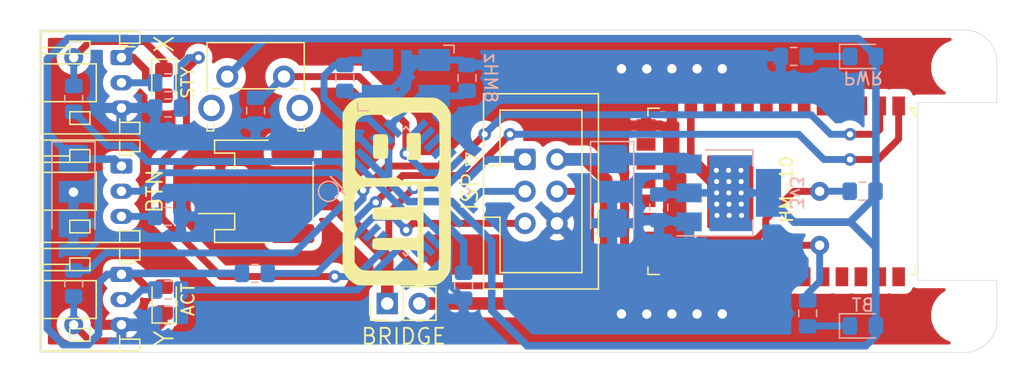
<source format=kicad_pcb>
(kicad_pcb (version 20171130) (host pcbnew "(5.1.6)-1")
  (title_block (title "Whiteboard Joystick") (date 2020-10-25))
  (layers (0 F.Cu signal) (31 B.Cu signal) (34 B.Paste user hide) (35 F.Paste user hide) (36 B.SilkS user hide) (37 F.SilkS user hide) (38 B.Mask user hide) (39 F.Mask user hide) (44 Edge.Cuts user))
  (net 0 "")
  (net 1 /GND)
  (net 2 +5V)
  (net 3 +3V3)
  (net 4 /XTAL1)
  (net 5 /XTAL2)
  (net 6 /AREF)
  (net 7 /X-AXIS)
  (net 8 /Y-AXIS)
  (net 9 /BTN)
  (net 10 "Net-(D1-Pad1)")
  (net 11 "Net-(D2-Pad1)")
  (net 12 "Net-(D3-Pad1)")
  (net 13 /MOSI)
  (net 14 /~RST)
  (net 15 /SCK)
  (net 16 /MISO)
  (net 17 "Net-(J3-Pad2)")
  (net 18 "Net-(J4-Pad2)")
  (net 19 /B-KEY)
  (net 20 /LED)
  (net 21 /B-LED)
  (net 22 /S-BTN)
  (net 23 "Net-(U1-Pad18)")
  (net 24 "Net-(U1-Pad20)")
  (net 25 "Net-(U1-Pad19)")
  (net 26 "Net-(U1-Pad17)")
  (net 27 "Net-(U1-Pad16)")
  (net 28 "Net-(U1-Pad15)")
  (net 29 "Net-(U1-Pad30)")
  (net 30 "Net-(U1-Pad29)")
  (net 31 "Net-(U1-Pad31)")
  (net 32 "Net-(U1-Pad33)")
  (net 33 "Net-(U1-Pad28)")
  (net 34 "Net-(U1-Pad27)")
  (net 35 "Net-(U1-Pad34)")
  (net 36 "Net-(U1-Pad26)")
  (net 37 "Net-(U1-Pad25)")
  (net 38 "Net-(U1-Pad32)")
  (net 39 "Net-(U1-Pad11)")
  (net 40 "Net-(U1-Pad10)")
  (net 41 "Net-(U1-Pad9)")
  (net 42 "Net-(U1-Pad3)")
  (net 43 "Net-(U1-Pad4)")
  (net 44 "Net-(U1-Pad8)")
  (net 45 "Net-(U1-Pad7)")
  (net 46 "Net-(U1-Pad6)")
  (net 47 "Net-(U1-Pad5)")
  (net 48 /TX)
  (net 49 /RX)
  (net 50 "Net-(U3-Pad28)")
  (net 51 "Net-(U3-Pad27)")
  (net 52 "Net-(U3-Pad24)")
  (net 53 "Net-(U3-Pad23)")
  (net 54 "Net-(U3-Pad22)")
  (net 55 "Net-(U3-Pad19)")
  (net 56 "Net-(U3-Pad13)")
  (net 57 "Net-(U3-Pad12)")
  (net 58 "Net-(BT1-Pad1)")
  (net 59 "Net-(D4-Pad1)")
  (net 60 /S-LED)
  (net 61 "Net-(U3-Pad10)")
  (net 62 "Net-(U3-Pad9)")
  (net 63 "Net-(U3-Pad11)")
  (net 64 "Net-(J5-Pad3)")
  (module Crystal-smd:CFPX_104-5x3.2mm (layer B.Cu) (at 123.66 92.55)
    (fp_text reference Y1 hide)
    (fp_text value 8MHz)
    (pad 2 smd rect (at 2.25 -1.425) (size 2.5 1.75) (layers B.Cu B.Paste B.Mask) (net 1 /GND))
    (pad 1 smd rect (at -2.25 -1.425) (size 2.5 1.75) (layers B.Cu B.Paste B.Mask) (net 4 /XTAL1))
    (pad 3 smd rect (at 2.25 1.425) (size 2.5 1.75) (layers B.Cu B.Paste B.Mask) (net 5 /XTAL2))
    (pad 4 smd rect (at -2.25 1.425) (size 2.5 1.75) (layers B.Cu B.Paste B.Mask) (net 1 /GND))
  )
  (module m8:15mm (layer F.Cu) (at 122.9 101.56 90)
    (fp_text reference G*** hide)
    (fp_text value LOGO hide)
  )
  (module MountingHole:MountingHole_3.2mm_M3 (layer F.Cu) (at 167.55 111.38)
    (fp_text reference REF** hide)
    (fp_text value MountingHole_3.2mm_M3)
    (pad 1 np_thru_hole circle (at 0 0) (size 3.2 3.2) (drill 3.2) (layers *.Cu *.Mask))
  )
  (module MountingHole:MountingHole_3.2mm_M3 (layer F.Cu) (at 167.55 91.72)
    (fp_text reference REF** hide)
    (fp_text value MountingHole_3.2mm_M3)
    (pad 1 np_thru_hole circle (at 0 0) (size 3.2 3.2) (drill 3.2) (layers *.Cu *.Mask))
  )
  (module Capacitor_Tantalum_SMD:CP_EIA-6032-28_Kemet-C_Pad2.25x2.35mm_HandSolder (layer B.Cu) (at 97.27 101.54 270)
    (fp_text reference C2 hide)
    (fp_text value 10uF)
    (pad 2 smd roundrect (at 2.55 0 270) (size 2.25 2.35) (layers B.Cu B.Paste B.Mask) (roundrect_rratio 0.111111) (net 1 /GND))
    (pad 1 smd roundrect (at -2.55 0 270) (size 2.25 2.35) (layers B.Cu B.Paste B.Mask) (roundrect_rratio 0.111111) (net 3 +3V3))
  )
  (module Capacitor_Tantalum_SMD:CP_EIA-6032-28_Kemet-C_Pad2.25x2.35mm_HandSolder (layer B.Cu) (at 140.03 101.53 270)
    (fp_text reference C1 hide)
    (fp_text value 10uF)
    (pad 2 smd roundrect (at 2.55 0 270) (size 2.25 2.35) (layers B.Cu B.Paste B.Mask) (roundrect_rratio 0.111111) (net 1 /GND))
    (pad 1 smd roundrect (at -2.55 0 270) (size 2.25 2.35) (layers B.Cu B.Paste B.Mask) (roundrect_rratio 0.111111) (net 2 +5V))
  )
  (module Button_Switch_THT:SW_Tactile_SPST_Angled_PTS645Vx39-2LFS (layer F.Cu) (at 109.48 92.44)
    (fp_text reference SW1 hide)
    (fp_text value S-SW)
    (pad "" thru_hole circle (at -1.25 2.49) (size 2.1 2.1) (drill 1.3) (layers *.Cu *.Mask))
    (pad 1 thru_hole circle (at 0 0) (size 1.75 1.75) (drill 0.99) (layers *.Cu *.Mask) (net 3 +3V3))
    (pad 2 thru_hole circle (at 4.5 0) (size 1.75 1.75) (drill 0.99) (layers *.Cu *.Mask) (net 22 /S-BTN))
    (pad "" thru_hole circle (at 5.76 2.49) (size 2.1 2.1) (drill 1.3) (layers *.Cu *.Mask))
  )
  (module Resistor_SMD:R_0805_2012Metric_Pad1.15x1.40mm_HandSolder (layer B.Cu) (at 97.29 94.21 270)
    (fp_text reference R10 hide)
    (fp_text value 220)
    (pad 2 smd roundrect (at 1.025 0 270) (size 1.15 1.4) (layers B.Cu B.Paste B.Mask) (roundrect_rratio 0.217391) (net 60 /S-LED))
    (pad 1 smd roundrect (at -1.025 0 270) (size 1.15 1.4) (layers B.Cu B.Paste B.Mask) (roundrect_rratio 0.217391) (net 59 "Net-(D4-Pad1)"))
  )
  (module LED_SMD:LED_0805_2012Metric_Pad1.15x1.40mm_HandSolder (layer F.Cu) (at 104.45 92.93 270)
    (fp_text reference D4 hide)
    (fp_text value STY)
    (pad 2 smd roundrect (at 1.025 0 270) (size 1.15 1.4) (layers F.Cu F.Paste F.Mask) (roundrect_rratio 0.217391) (net 3 +3V3))
    (pad 1 smd roundrect (at -1.025 0 270) (size 1.15 1.4) (layers F.Cu F.Paste F.Mask) (roundrect_rratio 0.217391) (net 59 "Net-(D4-Pad1)"))
  )
  (module Connector_JST:JST_PH_S2B-PH-SM4-TB_1x02-1MP_P2.00mm_Horizontal (layer F.Cu) (at 111.78 101.55 90)
    (fp_text reference BT1 hide)
    (fp_text value JST)
    (pad MP smd roundrect (at 3.35 2.9 90) (size 1.5 3.4) (layers F.Cu F.Paste F.Mask) (roundrect_rratio 0.166667))
    (pad MP smd roundrect (at -3.35 2.9 90) (size 1.5 3.4) (layers F.Cu F.Paste F.Mask) (roundrect_rratio 0.166667))
    (pad 2 smd roundrect (at 1 -2.85 90) (size 1 3.5) (layers F.Cu F.Paste F.Mask) (net 1 /GND))
    (pad 1 smd roundrect (at -1 -2.85 90) (size 1 3.5) (layers F.Cu F.Paste F.Mask) (net 58 "Net-(BT1-Pad1)"))
  )
  (module Package_QFP:TQFP-32_7x7mm_P0.8mm (layer B.Cu) (at 123.66 101.55 315)
    (fp_text reference U3 hide)
    (fp_text value ATmega328P-AU)
    (pad 32 smd rect (at -2.8 4.25 225) (size 1.6 0.55) (layers B.Cu B.Paste B.Mask) (net 20 /LED))
    (pad 31 smd rect (at -2 4.25 225) (size 1.6 0.55) (layers B.Cu B.Paste B.Mask) (net 48 /TX))
    (pad 30 smd rect (at -1.2 4.25 225) (size 1.6 0.55) (layers B.Cu B.Paste B.Mask) (net 49 /RX))
    (pad 29 smd rect (at -0.4 4.25 225) (size 1.6 0.55) (layers B.Cu B.Paste B.Mask) (net 14 /~RST))
    (pad 28 smd rect (at 0.4 4.25 225) (size 1.6 0.55) (layers B.Cu B.Paste B.Mask) (net 50 "Net-(U3-Pad28)"))
    (pad 27 smd rect (at 1.2 4.25 225) (size 1.6 0.55) (layers B.Cu B.Paste B.Mask) (net 51 "Net-(U3-Pad27)"))
    (pad 26 smd rect (at 2 4.25 225) (size 1.6 0.55) (layers B.Cu B.Paste B.Mask) (net 7 /X-AXIS))
    (pad 25 smd rect (at 2.8 4.25 225) (size 1.6 0.55) (layers B.Cu B.Paste B.Mask) (net 8 /Y-AXIS))
    (pad 24 smd rect (at 4.25 2.8 315) (size 1.6 0.55) (layers B.Cu B.Paste B.Mask) (net 52 "Net-(U3-Pad24)"))
    (pad 23 smd rect (at 4.25 2 315) (size 1.6 0.55) (layers B.Cu B.Paste B.Mask) (net 53 "Net-(U3-Pad23)"))
    (pad 22 smd rect (at 4.25 1.2 315) (size 1.6 0.55) (layers B.Cu B.Paste B.Mask) (net 54 "Net-(U3-Pad22)"))
    (pad 21 smd rect (at 4.25 0.4 315) (size 1.6 0.55) (layers B.Cu B.Paste B.Mask) (net 1 /GND))
    (pad 20 smd rect (at 4.25 -0.4 315) (size 1.6 0.55) (layers B.Cu B.Paste B.Mask) (net 6 /AREF))
    (pad 19 smd rect (at 4.25 -1.2 315) (size 1.6 0.55) (layers B.Cu B.Paste B.Mask) (net 55 "Net-(U3-Pad19)"))
    (pad 18 smd rect (at 4.25 -2 315) (size 1.6 0.55) (layers B.Cu B.Paste B.Mask) (net 3 +3V3))
    (pad 17 smd rect (at 4.25 -2.8 315) (size 1.6 0.55) (layers B.Cu B.Paste B.Mask) (net 15 /SCK))
    (pad 16 smd rect (at 2.8 -4.25 225) (size 1.6 0.55) (layers B.Cu B.Paste B.Mask) (net 16 /MISO))
    (pad 15 smd rect (at 2 -4.25 225) (size 1.6 0.55) (layers B.Cu B.Paste B.Mask) (net 13 /MOSI))
    (pad 14 smd rect (at 1.2 -4.25 225) (size 1.6 0.55) (layers B.Cu B.Paste B.Mask) (net 22 /S-BTN))
    (pad 13 smd rect (at 0.4 -4.25 225) (size 1.6 0.55) (layers B.Cu B.Paste B.Mask) (net 56 "Net-(U3-Pad13)"))
    (pad 12 smd rect (at -0.4 -4.25 225) (size 1.6 0.55) (layers B.Cu B.Paste B.Mask) (net 57 "Net-(U3-Pad12)"))
    (pad 11 smd rect (at -1.2 -4.25 225) (size 1.6 0.55) (layers B.Cu B.Paste B.Mask) (net 63 "Net-(U3-Pad11)"))
    (pad 10 smd rect (at -2 -4.25 225) (size 1.6 0.55) (layers B.Cu B.Paste B.Mask) (net 61 "Net-(U3-Pad10)"))
    (pad 9 smd rect (at -2.8 -4.25 225) (size 1.6 0.55) (layers B.Cu B.Paste B.Mask) (net 62 "Net-(U3-Pad9)"))
    (pad 8 smd rect (at -4.25 -2.8 315) (size 1.6 0.55) (layers B.Cu B.Paste B.Mask) (net 5 /XTAL2))
    (pad 7 smd rect (at -4.25 -2 315) (size 1.6 0.55) (layers B.Cu B.Paste B.Mask) (net 4 /XTAL1))
    (pad 6 smd rect (at -4.25 -1.2 315) (size 1.6 0.55) (layers B.Cu B.Paste B.Mask) (net 3 +3V3))
    (pad 5 smd rect (at -4.25 -0.4 315) (size 1.6 0.55) (layers B.Cu B.Paste B.Mask) (net 1 /GND))
    (pad 4 smd rect (at -4.25 0.4 315) (size 1.6 0.55) (layers B.Cu B.Paste B.Mask) (net 3 +3V3))
    (pad 3 smd rect (at -4.25 1.2 315) (size 1.6 0.55) (layers B.Cu B.Paste B.Mask) (net 1 /GND))
    (pad 2 smd rect (at -4.25 2 315) (size 1.6 0.55) (layers B.Cu B.Paste B.Mask) (net 60 /S-LED))
    (pad 1 smd rect (at -4.25 2.8 315) (size 1.6 0.55) (layers B.Cu B.Paste B.Mask) (net 9 /BTN))
  )
  (module Package_TO_SOT_SMD:SOT-223-3_TabPin2 (layer B.Cu) (at 149.29 101.67)
    (fp_text reference U2 hide)
    (fp_text value LM1117-3.3)
    (pad 1 smd rect (at -3.15 2.3) (size 2 1.5) (layers B.Cu B.Paste B.Mask) (net 1 /GND))
    (pad 3 smd rect (at -3.15 -2.3) (size 2 1.5) (layers B.Cu B.Paste B.Mask) (net 2 +5V))
    (pad 2 smd rect (at -3.15 0) (size 2 1.5) (layers B.Cu B.Paste B.Mask) (net 3 +3V3))
    (pad 2 smd rect (at 3.15 0) (size 2 3.8) (layers B.Cu B.Paste B.Mask) (net 3 +3V3))
  )
  (module hm-10:hm-10 (layer F.Cu) (at 156.42 101.55 270)
    (fp_text reference U1 hide)
    (fp_text value hm-10)
    (fp_text user HM-10 (at -0.16 2.55 90) (layer F.SilkS))
    (pad 18 smd rect (at 0.75 13.7 270) (size 1 1.5) (layers F.Cu F.Paste F.Mask) (net 23 "Net-(U1-Pad18)"))
    (pad 21 smd rect (at 5.2 13.7 270) (size 1 1.5) (layers F.Cu F.Paste F.Mask) (net 1 /GND))
    (pad 20 smd rect (at 3.7 13.7 270) (size 1 1.5) (layers F.Cu F.Paste F.Mask) (net 24 "Net-(U1-Pad20)"))
    (pad 19 smd rect (at 2.2 13.7 270) (size 1 1.5) (layers F.Cu F.Paste F.Mask) (net 25 "Net-(U1-Pad19)"))
    (pad 17 smd rect (at -0.73 13.7 270) (size 1 1.5) (layers F.Cu F.Paste F.Mask) (net 26 "Net-(U1-Pad17)"))
    (pad 16 smd rect (at -2.23 13.7 270) (size 1 1.5) (layers F.Cu F.Paste F.Mask) (net 27 "Net-(U1-Pad16)"))
    (pad 15 smd rect (at -3.73 13.7 270) (size 1 1.5) (layers F.Cu F.Paste F.Mask) (net 28 "Net-(U1-Pad15)"))
    (pad 14 smd rect (at -5.23 13.7 270) (size 1 1.5) (layers F.Cu F.Paste F.Mask) (net 1 /GND))
    (pad 30 smd rect (at 6.78 -0.35 270) (size 1.5 1) (layers F.Cu F.Paste F.Mask) (net 29 "Net-(U1-Pad30)"))
    (pad 29 smd rect (at 6.78 1.15 270) (size 1.5 1) (layers F.Cu F.Paste F.Mask) (net 30 "Net-(U1-Pad29)"))
    (pad 31 smd rect (at 6.78 -1.85 270) (size 1.5 1) (layers F.Cu F.Paste F.Mask) (net 31 "Net-(U1-Pad31)"))
    (pad 33 smd rect (at 6.78 -4.85 270) (size 1.5 1) (layers F.Cu F.Paste F.Mask) (net 32 "Net-(U1-Pad33)"))
    (pad 28 smd rect (at 6.78 2.65 270) (size 1.5 1) (layers F.Cu F.Paste F.Mask) (net 33 "Net-(U1-Pad28)"))
    (pad 27 smd rect (at 6.78 4.15 270) (size 1.5 1) (layers F.Cu F.Paste F.Mask) (net 34 "Net-(U1-Pad27)"))
    (pad 34 smd rect (at 6.78 -6.35 270) (size 1.5 1) (layers F.Cu F.Paste F.Mask) (net 35 "Net-(U1-Pad34)"))
    (pad 26 smd rect (at 6.78 5.65 270) (size 1.5 1) (layers F.Cu F.Paste F.Mask) (net 36 "Net-(U1-Pad26)"))
    (pad 22 smd rect (at 6.78 11.65 270) (size 1.5 1) (layers F.Cu F.Paste F.Mask) (net 1 /GND))
    (pad 25 smd rect (at 6.78 7.15 270) (size 1.5 1) (layers F.Cu F.Paste F.Mask) (net 37 "Net-(U1-Pad25)"))
    (pad 32 smd rect (at 6.78 -3.35 270) (size 1.5 1) (layers F.Cu F.Paste F.Mask) (net 38 "Net-(U1-Pad32)"))
    (pad 23 smd rect (at 6.78 10.15 270) (size 1.5 1) (layers F.Cu F.Paste F.Mask) (net 19 /B-KEY))
    (pad 24 smd rect (at 6.78 8.65 270) (size 1.5 1) (layers F.Cu F.Paste F.Mask) (net 21 /B-LED))
    (pad 13 smd rect (at -6.78 11.65 270) (size 1.5 1) (layers F.Cu F.Paste F.Mask) (net 1 /GND))
    (pad 11 smd rect (at -6.78 8.65 270) (size 1.5 1) (layers F.Cu F.Paste F.Mask) (net 39 "Net-(U1-Pad11)"))
    (pad 12 smd rect (at -6.78 10.15 270) (size 1.5 1) (layers F.Cu F.Paste F.Mask) (net 3 +3V3))
    (pad 10 smd rect (at -6.78 7.15 270) (size 1.5 1) (layers F.Cu F.Paste F.Mask) (net 40 "Net-(U1-Pad10)"))
    (pad 9 smd rect (at -6.78 5.65 270) (size 1.5 1) (layers F.Cu F.Paste F.Mask) (net 41 "Net-(U1-Pad9)"))
    (pad 1 smd rect (at -6.78 -6.35 270) (size 1.5 1) (layers F.Cu F.Paste F.Mask) (net 49 /RX))
    (pad 2 smd rect (at -6.78 -4.85 270) (size 1.5 1) (layers F.Cu F.Paste F.Mask) (net 48 /TX))
    (pad 3 smd rect (at -6.78 -3.35 270) (size 1.5 1) (layers F.Cu F.Paste F.Mask) (net 42 "Net-(U1-Pad3)"))
    (pad 4 smd rect (at -6.78 -1.85 270) (size 1.5 1) (layers F.Cu F.Paste F.Mask) (net 43 "Net-(U1-Pad4)"))
    (pad 8 smd rect (at -6.78 4.15 270) (size 1.5 1) (layers F.Cu F.Paste F.Mask) (net 44 "Net-(U1-Pad8)"))
    (pad 7 smd rect (at -6.78 2.65 270) (size 1.5 1) (layers F.Cu F.Paste F.Mask) (net 45 "Net-(U1-Pad7)"))
    (pad 6 smd rect (at -6.78 1.15 270) (size 1.5 1) (layers F.Cu F.Paste F.Mask) (net 46 "Net-(U1-Pad6)"))
    (pad 5 smd rect (at -6.78 -0.35 270) (size 1.5 1) (layers F.Cu F.Paste F.Mask) (net 47 "Net-(U1-Pad5)"))
  )
  (module Resistor_SMD:R_0805_2012Metric_Pad1.15x1.40mm_HandSolder (layer B.Cu) (at 111.73 95.14 90)
    (fp_text reference R9 hide)
    (fp_text value 10k)
    (pad 2 smd roundrect (at 1.025 0 90) (size 1.15 1.4) (layers B.Cu B.Paste B.Mask) (roundrect_rratio 0.217391) (net 22 /S-BTN))
    (pad 1 smd roundrect (at -1.025 0 90) (size 1.15 1.4) (layers B.Cu B.Paste B.Mask) (roundrect_rratio 0.217391) (net 1 /GND))
  )
  (module Resistor_SMD:R_0805_2012Metric_Pad1.15x1.40mm_HandSolder (layer B.Cu) (at 104.78 103.54)
    (fp_text reference R8 hide)
    (fp_text value 10k)
    (pad 2 smd roundrect (at 1.025 0) (size 1.15 1.4) (layers B.Cu B.Paste B.Mask) (roundrect_rratio 0.217391) (net 1 /GND))
    (pad 1 smd roundrect (at -1.025 0) (size 1.15 1.4) (layers B.Cu B.Paste B.Mask) (roundrect_rratio 0.217391) (net 64 "Net-(J5-Pad3)"))
  )
  (module Resistor_SMD:R_0805_2012Metric_Pad1.15x1.40mm_HandSolder (layer B.Cu) (at 104.78 109.38)
    (fp_text reference R7 hide)
    (fp_text value 150)
    (pad 2 smd roundrect (at 1.025 0) (size 1.15 1.4) (layers B.Cu B.Paste B.Mask) (roundrect_rratio 0.217391) (net 8 /Y-AXIS))
    (pad 1 smd roundrect (at -1.025 0) (size 1.15 1.4) (layers B.Cu B.Paste B.Mask) (roundrect_rratio 0.217391) (net 18 "Net-(J4-Pad2)"))
  )
  (module Resistor_SMD:R_0805_2012Metric_Pad1.15x1.40mm_HandSolder (layer B.Cu) (at 104.78 92.93)
    (fp_text reference R6 hide)
    (fp_text value 150)
    (pad 2 smd roundrect (at 1.025 0) (size 1.15 1.4) (layers B.Cu B.Paste B.Mask) (roundrect_rratio 0.217391) (net 7 /X-AXIS))
    (pad 1 smd roundrect (at -1.025 0) (size 1.15 1.4) (layers B.Cu B.Paste B.Mask) (roundrect_rratio 0.217391) (net 17 "Net-(J3-Pad2)"))
  )
  (module Resistor_SMD:R_0805_2012Metric_Pad1.15x1.40mm_HandSolder (layer B.Cu) (at 155.55 111.24 90)
    (fp_text reference R5 hide)
    (fp_text value 220)
    (pad 2 smd roundrect (at 1.025 0 90) (size 1.15 1.4) (layers B.Cu B.Paste B.Mask) (roundrect_rratio 0.217391) (net 21 /B-LED))
    (pad 1 smd roundrect (at -1.025 0 90) (size 1.15 1.4) (layers B.Cu B.Paste B.Mask) (roundrect_rratio 0.217391) (net 12 "Net-(D3-Pad1)"))
  )
  (module Resistor_SMD:R_0805_2012Metric_Pad1.15x1.40mm_HandSolder (layer B.Cu) (at 97.29 108.86 90)
    (fp_text reference R4 hide)
    (fp_text value 220)
    (pad 2 smd roundrect (at 1.025 0 90) (size 1.15 1.4) (layers B.Cu B.Paste B.Mask) (roundrect_rratio 0.217391) (net 20 /LED))
    (pad 1 smd roundrect (at -1.025 0 90) (size 1.15 1.4) (layers B.Cu B.Paste B.Mask) (roundrect_rratio 0.217391) (net 11 "Net-(D2-Pad1)"))
  )
  (module Resistor_SMD:R_0805_2012Metric_Pad1.15x1.40mm_HandSolder (layer B.Cu) (at 154.44 90.84 180)
    (fp_text reference R3 hide)
    (fp_text value 220)
    (pad 2 smd roundrect (at 1.025 0 180) (size 1.15 1.4) (layers B.Cu B.Paste B.Mask) (roundrect_rratio 0.217391) (net 1 /GND))
    (pad 1 smd roundrect (at -1.025 0 180) (size 1.15 1.4) (layers B.Cu B.Paste B.Mask) (roundrect_rratio 0.217391) (net 10 "Net-(D1-Pad1)"))
  )
  (module Resistor_SMD:R_0805_2012Metric_Pad1.15x1.40mm_HandSolder (layer B.Cu) (at 111.67 108.06)
    (fp_text reference R2 hide)
    (fp_text value 10k)
    (pad 2 smd roundrect (at 1.025 0) (size 1.15 1.4) (layers B.Cu B.Paste B.Mask) (roundrect_rratio 0.217391) (net 14 /~RST))
    (pad 1 smd roundrect (at -1.025 0) (size 1.15 1.4) (layers B.Cu B.Paste B.Mask) (roundrect_rratio 0.217391) (net 3 +3V3))
  )
  (module Resistor_SMD:R_0805_2012Metric_Pad1.15x1.40mm_HandSolder (layer B.Cu) (at 159.91 101.54 180)
    (fp_text reference R1 hide)
    (fp_text value 1k)
    (pad 2 smd roundrect (at 1.025 0 180) (size 1.15 1.4) (layers B.Cu B.Paste B.Mask) (roundrect_rratio 0.217391) (net 19 /B-KEY))
    (pad 1 smd roundrect (at -1.025 0 180) (size 1.15 1.4) (layers B.Cu B.Paste B.Mask) (roundrect_rratio 0.217391) (net 3 +3V3))
  )
  (module Connector_JST:JST_PH_S3B-PH-K_1x03_P2.00mm_Horizontal (layer F.Cu) (at 101.08 99.54 270)
    (fp_text reference J5 hide)
    (fp_text value JST)
    (pad 3 thru_hole oval (at 4 0 270) (size 1.2 1.75) (drill 0.75) (layers *.Cu *.Mask) (net 64 "Net-(J5-Pad3)"))
    (pad 2 thru_hole oval (at 2 0 270) (size 1.2 1.75) (drill 0.75) (layers *.Cu *.Mask) (net 9 /BTN))
    (pad 1 thru_hole roundrect (at 0 0 270) (size 1.2 1.75) (drill 0.75) (layers *.Cu *.Mask) (roundrect_rratio 0.208333) (net 3 +3V3))
  )
  (module Connector_JST:JST_PH_S3B-PH-K_1x03_P2.00mm_Horizontal (layer F.Cu) (at 101.08 108.14 270)
    (fp_text reference J4 hide)
    (fp_text value JST)
    (pad 3 thru_hole oval (at 4 0 270) (size 1.2 1.75) (drill 0.75) (layers *.Cu *.Mask) (net 1 /GND))
    (pad 2 thru_hole oval (at 2 0 270) (size 1.2 1.75) (drill 0.75) (layers *.Cu *.Mask) (net 18 "Net-(J4-Pad2)"))
    (pad 1 thru_hole roundrect (at 0 0 270) (size 1.2 1.75) (drill 0.75) (layers *.Cu *.Mask) (roundrect_rratio 0.208333) (net 3 +3V3))
  )
  (module Connector_JST:JST_PH_S3B-PH-K_1x03_P2.00mm_Horizontal (layer F.Cu) (at 101.08 90.93 270)
    (fp_text reference J3 hide)
    (fp_text value JST)
    (pad 3 thru_hole oval (at 4 0 270) (size 1.2 1.75) (drill 0.75) (layers *.Cu *.Mask) (net 1 /GND))
    (pad 2 thru_hole oval (at 2 0 270) (size 1.2 1.75) (drill 0.75) (layers *.Cu *.Mask) (net 17 "Net-(J3-Pad2)"))
    (pad 1 thru_hole roundrect (at 0 0 270) (size 1.2 1.75) (drill 0.75) (layers *.Cu *.Mask) (roundrect_rratio 0.208333) (net 3 +3V3))
  )
  (module Connector_IDC:IDC-Header_2x03_P2.54mm_Vertical (layer F.Cu) (at 133.11 99.01)
    (fp_text reference J2 hide)
    (fp_text value AVR-ISP)
    (pad 6 thru_hole circle (at 2.54 5.08) (size 1.7 1.7) (drill 1) (layers *.Cu *.Mask) (net 1 /GND))
    (pad 4 thru_hole circle (at 2.54 2.54) (size 1.7 1.7) (drill 1) (layers *.Cu *.Mask) (net 13 /MOSI))
    (pad 2 thru_hole circle (at 2.54 0) (size 1.7 1.7) (drill 1) (layers *.Cu *.Mask) (net 2 +5V))
    (pad 5 thru_hole circle (at 0 5.08) (size 1.7 1.7) (drill 1) (layers *.Cu *.Mask) (net 14 /~RST))
    (pad 3 thru_hole circle (at 0 2.54) (size 1.7 1.7) (drill 1) (layers *.Cu *.Mask) (net 15 /SCK))
    (pad 1 thru_hole roundrect (at 0 0) (size 1.7 1.7) (drill 1) (layers *.Cu *.Mask) (roundrect_rratio 0.147059) (net 16 /MISO))
  )
  (module Connector_PinHeader_2.54mm:PinHeader_1x02_P2.54mm_Vertical (layer F.Cu) (at 122.18 110.45 90)
    (fp_text reference J1 hide)
    (fp_text value BRIDGE)
    (pad 2 thru_hole oval (at 0 2.54 90) (size 1.7 1.7) (drill 1) (layers *.Cu *.Mask) (net 2 +5V))
    (pad 1 thru_hole rect (at 0 0 90) (size 1.7 1.7) (drill 1) (layers *.Cu *.Mask) (net 58 "Net-(BT1-Pad1)"))
  )
  (module LED_SMD:LED_0805_2012Metric_Pad1.15x1.40mm_HandSolder (layer B.Cu) (at 159.93 112.23)
    (fp_text reference D3 hide)
    (fp_text value BT)
    (pad 2 smd roundrect (at 1.025 0) (size 1.15 1.4) (layers B.Cu B.Paste B.Mask) (roundrect_rratio 0.217391) (net 3 +3V3))
    (pad 1 smd roundrect (at -1.025 0) (size 1.15 1.4) (layers B.Cu B.Paste B.Mask) (roundrect_rratio 0.217391) (net 12 "Net-(D3-Pad1)"))
  )
  (module LED_SMD:LED_0805_2012Metric_Pad1.15x1.40mm_HandSolder (layer F.Cu) (at 104.47 110.14 90)
    (fp_text reference D2 hide)
    (fp_text value ACT)
    (pad 2 smd roundrect (at 1.025 0 90) (size 1.15 1.4) (layers F.Cu F.Paste F.Mask) (roundrect_rratio 0.217391) (net 3 +3V3))
    (pad 1 smd roundrect (at -1.025 0 90) (size 1.15 1.4) (layers F.Cu F.Paste F.Mask) (roundrect_rratio 0.217391) (net 11 "Net-(D2-Pad1)"))
  )
  (module LED_SMD:LED_0805_2012Metric_Pad1.15x1.40mm_HandSolder (layer B.Cu) (at 159.94 90.84)
    (fp_text reference D1 hide)
    (fp_text value PWR)
    (pad 2 smd roundrect (at 1.025 0) (size 1.15 1.4) (layers B.Cu B.Paste B.Mask) (roundrect_rratio 0.217391) (net 3 +3V3))
    (pad 1 smd roundrect (at -1.025 0) (size 1.15 1.4) (layers B.Cu B.Paste B.Mask) (roundrect_rratio 0.217391) (net 10 "Net-(D1-Pad1)"))
  )
  (module Capacitor_SMD:C_0805_2012Metric_Pad1.15x1.40mm_HandSolder (layer B.Cu) (at 104.78 111.38)
    (fp_text reference C8 hide)
    (fp_text value 220nF)
    (pad 2 smd roundrect (at 1.025 0) (size 1.15 1.4) (layers B.Cu B.Paste B.Mask) (roundrect_rratio 0.217391) (net 8 /Y-AXIS))
    (pad 1 smd roundrect (at -1.025 0) (size 1.15 1.4) (layers B.Cu B.Paste B.Mask) (roundrect_rratio 0.217391) (net 1 /GND))
  )
  (module Capacitor_SMD:C_0805_2012Metric_Pad1.15x1.40mm_HandSolder (layer B.Cu) (at 104.78 94.93)
    (fp_text reference C7 hide)
    (fp_text value 220nF)
    (pad 2 smd roundrect (at 1.025 0) (size 1.15 1.4) (layers B.Cu B.Paste B.Mask) (roundrect_rratio 0.217391) (net 7 /X-AXIS))
    (pad 1 smd roundrect (at -1.025 0) (size 1.15 1.4) (layers B.Cu B.Paste B.Mask) (roundrect_rratio 0.217391) (net 1 /GND))
  )
  (module Capacitor_SMD:C_0805_2012Metric_Pad1.15x1.40mm_HandSolder (layer B.Cu) (at 143.73 102.82 270)
    (fp_text reference C6 hide)
    (fp_text value 100nF)
    (pad 2 smd roundrect (at 1.025 0 270) (size 1.15 1.4) (layers B.Cu B.Paste B.Mask) (roundrect_rratio 0.217391) (net 1 /GND))
    (pad 1 smd roundrect (at -1.025 0 270) (size 1.15 1.4) (layers B.Cu B.Paste B.Mask) (roundrect_rratio 0.217391) (net 3 +3V3))
  )
  (module Capacitor_SMD:C_0805_2012Metric_Pad1.15x1.40mm_HandSolder (layer B.Cu) (at 128.24 109.04 270)
    (fp_text reference C5 hide)
    (fp_text value 100nF)
    (pad 2 smd roundrect (at 1.025 0 270) (size 1.15 1.4) (layers B.Cu B.Paste B.Mask) (roundrect_rratio 0.217391) (net 1 /GND))
    (pad 1 smd roundrect (at -1.025 0 270) (size 1.15 1.4) (layers B.Cu B.Paste B.Mask) (roundrect_rratio 0.217391) (net 6 /AREF))
  )
  (module Capacitor_SMD:C_0805_2012Metric_Pad1.15x1.40mm_HandSolder (layer B.Cu) (at 128.51 92.55 90)
    (fp_text reference C4 hide)
    (fp_text value 22pF)
    (pad 2 smd roundrect (at 1.025 0 90) (size 1.15 1.4) (layers B.Cu B.Paste B.Mask) (roundrect_rratio 0.217391) (net 1 /GND))
    (pad 1 smd roundrect (at -1.025 0 90) (size 1.15 1.4) (layers B.Cu B.Paste B.Mask) (roundrect_rratio 0.217391) (net 5 /XTAL2))
  )
  (module Capacitor_SMD:C_0805_2012Metric_Pad1.15x1.40mm_HandSolder (layer B.Cu) (at 118.81 92.55 270)
    (fp_text reference C3 hide)
    (fp_text value 22pF)
    (pad 2 smd roundrect (at 1.025 0 270) (size 1.15 1.4) (layers B.Cu B.Paste B.Mask) (roundrect_rratio 0.217391) (net 1 /GND))
    (pad 1 smd roundrect (at -1.025 0 270) (size 1.15 1.4) (layers B.Cu B.Paste B.Mask) (roundrect_rratio 0.217391) (net 4 /XTAL1))
  )
  (gr_text ACT (at 106.36 110.14 90) (layer F.SilkS) (effects (font (size 1 1))))
  (gr_text STY (at 106.36 92.93 90) (layer F.SilkS) (effects (font (size 1 1))))
  (gr_text X (at 104.48 89.85 90) (layer F.SilkS) (effects (font (size 1.5 1.5))))
  (gr_text Y (at 104.47 113.22 90) (layer F.SilkS) (effects (font (size 1.5 1.5))))
  (gr_text BTN (at 103.71 101.54 90) (layer F.SilkS) (effects (font (size 1.25 1.25))))
  (gr_text 8MHz (at 130.39 92.55 270) (layer B.SilkS) (effects (font (size 1 1)) (justify mirror)))
  (gr_text BT (at 159.93 110.58) (layer B.SilkS) (effects (font (size 1 1)) (justify mirror)))
  (gr_text PWR (at 159.95 92.53 180) (layer B.SilkS) (effects (font (size 1 1)) (justify mirror)))
  (gr_text 3v3 (at 154.65 101.66 270) (layer B.SilkS) (effects (font (size 1 1)) (justify mirror)))
  (gr_circle (center 117.52 101.55) (end 118.27 101.82) (layer B.SilkS) (width 0.12))
  (gr_text BRIDGE (at 123.48 113.06) (layer F.SilkS) (effects (font (size 1.25 1.25))))
  (gr_text ISP (at 128.74 101.55 90) (layer F.SilkS) (effects (font (size 1.25 1.25))))
  (gr_line (start 170.56 108.61) (end 170.56 111.78) (layer Edge.Cuts) (width 0.05))
  (gr_line (start 164.3 94.49) (end 164.3 108.61) (layer Edge.Cuts) (width 0.05))
  (gr_line (start 164.3 94.49) (end 170.56 94.49) (layer Edge.Cuts) (width 0.05))
  (gr_line (start 164.3 108.61) (end 170.56 108.61) (layer Edge.Cuts) (width 0.05))
  (gr_arc (start 168.01 91.29) (end 170.56 91.29) (angle -90) (layer Edge.Cuts) (width 0.05))
  (gr_arc (start 168.01 111.78) (end 168.01 114.33) (angle -90) (layer Edge.Cuts) (width 0.05))
  (gr_line (start 94.615 88.74) (end 168.01 88.74) (layer Edge.Cuts) (width 0.05))
  (gr_line (start 94.615 114.33) (end 168.01 114.33) (layer Edge.Cuts) (width 0.05))
  (gr_line (start 94.615 114.33) (end 94.615 88.74) (layer Edge.Cuts) (width 0.05))
  (gr_line (start 170.56 94.49) (end 170.56 91.29) (layer Edge.Cuts) (width 0.05))
  (via (at 97.27 101.61) (size 1.5) (drill 0.75) (layers F.Cu B.Cu) (net 1))
  (via (at 142.78 111.29) (size 1.5) (drill 0.75) (layers F.Cu B.Cu) (net 1))
  (via (at 146.77 111.28) (size 1.5) (drill 0.75) (layers F.Cu B.Cu) (net 1))
  (via (at 140.77 111.28) (size 1.5) (drill 0.75) (layers F.Cu B.Cu) (net 1))
  (via (at 148.77 111.28) (size 1.5) (drill 0.75) (layers F.Cu B.Cu) (net 1))
  (via (at 144.77 111.28) (size 1.5) (drill 0.75) (layers F.Cu B.Cu) (net 1))
  (via (at 140.77 91.82) (size 1.5) (drill 0.75) (layers F.Cu B.Cu) (net 1))
  (via (at 142.78 91.83) (size 1.5) (drill 0.75) (layers F.Cu B.Cu) (net 1))
  (via (at 144.77 91.82) (size 1.5) (drill 0.75) (layers F.Cu B.Cu) (net 1))
  (via (at 146.77 91.82) (size 1.5) (drill 0.75) (layers F.Cu B.Cu) (net 1))
  (via (at 148.77 91.82) (size 1.5) (drill 0.75) (layers F.Cu B.Cu) (net 1))
  (segment (start 102.995 112.14) (end 103.755 111.38) (width 1) (layer B.Cu) (net 1))
  (segment (start 101.08 112.14) (end 102.995 112.14) (width 1) (layer B.Cu) (net 1))
  (segment (start 126.382361 104.838047) (end 126.417705 104.838047) (width 0.55) (layer B.Cu) (net 1))
  (segment (start 127.051826 108.876826) (end 128.24 110.065) (width 0.55) (layer B.Cu) (net 1))
  (segment (start 127.051826 105.472168) (end 127.051826 108.876826) (width 0.55) (layer B.Cu) (net 1))
  (segment (start 126.417705 104.838047) (end 127.051826 105.472168) (width 0.55) (layer B.Cu) (net 1))
  (segment (start 123.547954 103.13501) (end 119.806268 99.393324) (width 0.55) (layer B.Cu) (net 1))
  (segment (start 124.60863 103.13501) (end 123.547954 103.13501) (width 0.55) (layer B.Cu) (net 1))
  (segment (start 126.311667 104.838047) (end 124.60863 103.13501) (width 0.55) (layer B.Cu) (net 1))
  (segment (start 126.382361 104.838047) (end 126.311667 104.838047) (width 0.55) (layer B.Cu) (net 1))
  (segment (start 119.806268 99.393324) (end 118.76 98.347056) (width 0.55) (layer B.Cu) (net 1))
  (segment (start 118.76 98.347056) (end 118.76 97.94) (width 0.55) (layer B.Cu) (net 1))
  (segment (start 118.76 97.94) (end 119.38 97.32) (width 0.55) (layer B.Cu) (net 1))
  (segment (start 119.995686 97.32) (end 120.937639 98.261953) (width 0.55) (layer B.Cu) (net 1))
  (segment (start 119.38 97.32) (end 119.995686 97.32) (width 0.55) (layer B.Cu) (net 1))
  (segment (start 125.91 91.125) (end 125.355 91.125) (width 0.55) (layer B.Cu) (net 1))
  (segment (start 128.11 91.125) (end 128.51 91.525) (width 0.55) (layer B.Cu) (net 1))
  (segment (start 125.91 91.125) (end 128.11 91.125) (width 0.55) (layer B.Cu) (net 1))
  (segment (start 119.21 93.975) (end 118.81 93.575) (width 0.55) (layer B.Cu) (net 1))
  (segment (start 121.41 93.975) (end 119.21 93.975) (width 0.55) (layer B.Cu) (net 1))
  (segment (start 121.41 93.975) (end 122.015 93.975) (width 0.55) (layer B.Cu) (net 1))
  (segment (start 124.865 91.125) (end 125.91 91.125) (width 0.55) (layer B.Cu) (net 1))
  (segment (start 122.015 93.975) (end 124.865 91.125) (width 0.55) (layer B.Cu) (net 1))
  (segment (start 140 99.01) (end 140.03 98.98) (width 1) (layer B.Cu) (net 2))
  (segment (start 135.65 99.01) (end 140 99.01) (width 1) (layer B.Cu) (net 2))
  (segment (start 145.75 98.98) (end 146.14 99.37) (width 1) (layer B.Cu) (net 2))
  (segment (start 140.03 98.98) (end 145.75 98.98) (width 1) (layer B.Cu) (net 2))
  (segment (start 124.72 110.45) (end 137.61 110.45) (width 1) (layer F.Cu) (net 2))
  (segment (start 137.61 110.45) (end 139.56 108.5) (width 1) (layer F.Cu) (net 2))
  (segment (start 139.56 108.5) (end 139.56 100.64) (width 1) (layer F.Cu) (net 2))
  (segment (start 137.93 99.01) (end 135.65 99.01) (width 1) (layer F.Cu) (net 2))
  (segment (start 139.56 100.64) (end 137.93 99.01) (width 1) (layer F.Cu) (net 2))
  (via (at 149.29 101.67) (size 0.8) (drill 0.4) (layers F.Cu B.Cu) (net 3))
  (via (at 149.32 103.46) (size 0.8) (drill 0.4) (layers F.Cu B.Cu) (net 3))
  (via (at 150.3 103.46) (size 0.8) (drill 0.4) (layers F.Cu B.Cu) (net 3))
  (via (at 148.35 103.46) (size 0.8) (drill 0.4) (layers F.Cu B.Cu) (net 3))
  (via (at 149.3 102.57) (size 0.8) (drill 0.4) (layers F.Cu B.Cu) (net 3))
  (via (at 150.28 102.57) (size 0.8) (drill 0.4) (layers F.Cu B.Cu) (net 3))
  (via (at 148.33 102.57) (size 0.8) (drill 0.4) (layers F.Cu B.Cu) (net 3))
  (via (at 150.27 101.67) (size 0.8) (drill 0.4) (layers F.Cu B.Cu) (net 3))
  (via (at 148.32 101.67) (size 0.8) (drill 0.4) (layers F.Cu B.Cu) (net 3))
  (via (at 149.29 100.77) (size 0.8) (drill 0.4) (layers F.Cu B.Cu) (net 3))
  (via (at 150.27 100.77) (size 0.8) (drill 0.4) (layers F.Cu B.Cu) (net 3))
  (via (at 148.32 100.77) (size 0.8) (drill 0.4) (layers F.Cu B.Cu) (net 3))
  (via (at 149.27 99.88) (size 0.8) (drill 0.4) (layers F.Cu B.Cu) (net 3))
  (via (at 150.25 99.88) (size 0.8) (drill 0.4) (layers F.Cu B.Cu) (net 3))
  (via (at 148.3 99.88) (size 0.8) (drill 0.4) (layers F.Cu B.Cu) (net 3))
  (segment (start 100.53 98.99) (end 101.08 99.54) (width 0.6) (layer B.Cu) (net 3))
  (segment (start 97.27 98.99) (end 100.53 98.99) (width 0.6) (layer B.Cu) (net 3))
  (segment (start 146.015 101.795) (end 146.14 101.67) (width 0.6) (layer B.Cu) (net 3))
  (segment (start 143.73 101.795) (end 146.015 101.795) (width 0.6) (layer B.Cu) (net 3))
  (segment (start 160.965 101.51) (end 160.935 101.54) (width 0.6) (layer B.Cu) (net 3))
  (segment (start 160.965 90.84) (end 160.965 101.51) (width 0.6) (layer B.Cu) (net 3))
  (segment (start 160.955 101.56) (end 160.935 101.54) (width 0.6) (layer B.Cu) (net 3))
  (segment (start 149.29 101.67) (end 148.64 101.67) (width 0.6) (layer F.Cu) (net 3))
  (segment (start 146.27 99.3) (end 146.27 94.77) (width 0.6) (layer F.Cu) (net 3))
  (segment (start 148.64 101.67) (end 146.27 99.3) (width 0.6) (layer F.Cu) (net 3))
  (segment (start 146.14 101.67) (end 149.29 101.67) (width 0.6) (layer B.Cu) (net 3))
  (segment (start 152.44 101.67) (end 149.29 101.67) (width 0.6) (layer B.Cu) (net 3))
  (segment (start 109.48 92.44) (end 112.49 89.43) (width 0.6) (layer B.Cu) (net 3))
  (segment (start 159.555 89.43) (end 160.965 90.84) (width 0.6) (layer B.Cu) (net 3))
  (segment (start 112.49 89.43) (end 159.555 89.43) (width 0.6) (layer B.Cu) (net 3))
  (segment (start 152.44 101.67) (end 152.44 101.96) (width 0.6) (layer B.Cu) (net 3))
  (segment (start 152.44 101.96) (end 154.47 103.99) (width 0.6) (layer B.Cu) (net 3))
  (segment (start 154.47 103.99) (end 158.9 103.99) (width 0.6) (layer B.Cu) (net 3))
  (segment (start 160.935 101.955) (end 160.935 101.54) (width 0.6) (layer B.Cu) (net 3))
  (segment (start 158.9 103.99) (end 160.935 101.955) (width 0.6) (layer B.Cu) (net 3))
  (segment (start 102.58 89.43) (end 112.49 89.43) (width 0.6) (layer B.Cu) (net 3))
  (segment (start 101.08 90.93) (end 102.58 89.43) (width 0.6) (layer B.Cu) (net 3))
  (segment (start 101.48 89.43) (end 101.46 89.41) (width 0.6) (layer B.Cu) (net 3))
  (segment (start 102.58 89.43) (end 101.48 89.43) (width 0.6) (layer B.Cu) (net 3))
  (segment (start 101.46 89.41) (end 96.83 89.41) (width 0.6) (layer B.Cu) (net 3))
  (segment (start 96.83 89.41) (end 95.2 91.04) (width 0.6) (layer B.Cu) (net 3))
  (segment (start 95.2 96.92) (end 97.27 98.99) (width 0.6) (layer B.Cu) (net 3))
  (segment (start 95.2 91.04) (end 95.2 96.92) (width 0.6) (layer B.Cu) (net 3))
  (segment (start 99.26 108.83) (end 99.95 108.14) (width 0.6) (layer B.Cu) (net 3))
  (segment (start 95.2 96.92) (end 95.2 112.45) (width 0.6) (layer B.Cu) (net 3))
  (segment (start 96.47 113.72) (end 98.43 113.72) (width 0.6) (layer B.Cu) (net 3))
  (segment (start 95.2 112.45) (end 96.47 113.72) (width 0.6) (layer B.Cu) (net 3))
  (segment (start 98.43 113.72) (end 99.26 112.89) (width 0.6) (layer B.Cu) (net 3))
  (segment (start 99.95 108.14) (end 101.08 108.14) (width 0.6) (layer B.Cu) (net 3))
  (segment (start 99.26 112.89) (end 99.26 108.83) (width 0.6) (layer B.Cu) (net 3))
  (segment (start 101.16 108.06) (end 101.08 108.14) (width 0.6) (layer B.Cu) (net 3))
  (segment (start 110.645 108.06) (end 101.16 108.06) (width 0.6) (layer B.Cu) (net 3))
  (segment (start 128.079417 103.14099) (end 130.47 105.531573) (width 0.6) (layer B.Cu) (net 3))
  (segment (start 130.47 110.99) (end 133.28499 113.80499) (width 0.6) (layer B.Cu) (net 3))
  (segment (start 130.47 105.531573) (end 130.47 110.99) (width 0.6) (layer B.Cu) (net 3))
  (segment (start 133.28499 113.80499) (end 160.15501 113.80499) (width 0.6) (layer B.Cu) (net 3))
  (segment (start 160.955 113.005) (end 160.955 112.23) (width 0.6) (layer B.Cu) (net 3))
  (segment (start 160.15501 113.80499) (end 160.955 113.005) (width 0.6) (layer B.Cu) (net 3))
  (segment (start 120.371953 98.827639) (end 120.371953 98.862979) (width 0.6) (layer B.Cu) (net 3))
  (segment (start 122.28 98.508284) (end 122.28 100.771028) (width 0.6) (layer B.Cu) (net 3))
  (segment (start 121.503324 97.696268) (end 121.503324 97.731608) (width 0.6) (layer B.Cu) (net 3))
  (segment (start 121.503324 97.731608) (end 122.28 98.508284) (width 0.6) (layer B.Cu) (net 3))
  (segment (start 127.298427 102.36) (end 128.079417 103.14099) (width 0.6) (layer B.Cu) (net 3))
  (segment (start 123.868972 102.36) (end 127.298427 102.36) (width 0.6) (layer B.Cu) (net 3))
  (segment (start 122.28 100.771028) (end 123.868972 102.36) (width 0.6) (layer B.Cu) (net 3))
  (segment (start 122.28 100.700344) (end 122.28 100.771028) (width 0.6) (layer B.Cu) (net 3))
  (segment (start 120.407295 98.827639) (end 122.28 100.700344) (width 0.6) (layer B.Cu) (net 3))
  (segment (start 120.371953 98.827639) (end 120.407295 98.827639) (width 0.6) (layer B.Cu) (net 3))
  (segment (start 158.94 103.99) (end 160.955 106.005) (width 0.6) (layer B.Cu) (net 3))
  (segment (start 160.955 112.23) (end 160.955 106.005) (width 0.6) (layer B.Cu) (net 3))
  (segment (start 154.47 103.99) (end 158.94 103.99) (width 0.6) (layer B.Cu) (net 3))
  (segment (start 160.955 106.005) (end 160.955 101.56) (width 0.6) (layer B.Cu) (net 3))
  (segment (start 146.27 98.72) (end 146.27 94.77) (width 0.6) (layer F.Cu) (net 3))
  (segment (start 148.32 100.77) (end 146.27 98.72) (width 0.6) (layer F.Cu) (net 3))
  (segment (start 101.08 90.93) (end 102.01 90.93) (width 0.6) (layer F.Cu) (net 3))
  (segment (start 102.01 90.93) (end 103.01 91.93) (width 0.6) (layer F.Cu) (net 3))
  (segment (start 103.01 92.515) (end 104.45 93.955) (width 0.6) (layer F.Cu) (net 3))
  (segment (start 103.01 91.93) (end 103.01 92.515) (width 0.6) (layer F.Cu) (net 3))
  (segment (start 101.08 108.14) (end 102.05 108.14) (width 0.6) (layer F.Cu) (net 3))
  (segment (start 103.025 109.115) (end 104.47 109.115) (width 0.6) (layer F.Cu) (net 3))
  (segment (start 102.05 108.14) (end 103.025 109.115) (width 0.6) (layer F.Cu) (net 3))
  (segment (start 119.21 91.125) (end 118.81 91.525) (width 0.55) (layer B.Cu) (net 4))
  (segment (start 121.41 91.125) (end 119.21 91.125) (width 0.55) (layer B.Cu) (net 4))
  (segment (start 118.81 91.525) (end 117.995 91.525) (width 0.55) (layer B.Cu) (net 4))
  (segment (start 117.995 91.525) (end 117.16 92.36) (width 0.55) (layer B.Cu) (net 4))
  (segment (start 117.16 92.36) (end 117.16 94.15) (width 0.55) (layer B.Cu) (net 4))
  (segment (start 117.16 94.15) (end 118.77 95.76) (width 0.55) (layer B.Cu) (net 4))
  (segment (start 120.698427 95.76) (end 122.06901 97.130583) (width 0.55) (layer B.Cu) (net 4))
  (segment (start 118.77 95.76) (end 120.698427 95.76) (width 0.55) (layer B.Cu) (net 4))
  (segment (start 128.11 93.975) (end 128.51 93.575) (width 0.55) (layer B.Cu) (net 5))
  (segment (start 125.91 93.975) (end 128.11 93.975) (width 0.55) (layer B.Cu) (net 5))
  (segment (start 125.91 93.975) (end 124.735 93.975) (width 0.55) (layer B.Cu) (net 5))
  (segment (start 122.634695 96.075305) (end 122.634695 96.564897) (width 0.55) (layer B.Cu) (net 5))
  (segment (start 124.735 93.975) (end 122.634695 96.075305) (width 0.55) (layer B.Cu) (net 5))
  (segment (start 128.24 105.564314) (end 126.948047 104.272361) (width 0.6) (layer B.Cu) (net 6))
  (segment (start 128.24 108.015) (end 128.24 105.564314) (width 0.6) (layer B.Cu) (net 6))
  (via (at 118.01 108.31) (size 1) (drill 0.5) (layers F.Cu B.Cu) (net 7))
  (via (at 107.2 90.93) (size 1) (drill 0.5) (layers F.Cu B.Cu) (net 7))
  (segment (start 105.805 94.93) (end 105.805 92.93) (width 0.55) (layer B.Cu) (net 7))
  (segment (start 107.2 90.93) (end 106.4 90.93) (width 0.55) (layer B.Cu) (net 7))
  (segment (start 105.805 91.525) (end 105.805 92.93) (width 0.55) (layer B.Cu) (net 7))
  (segment (start 106.4 90.93) (end 105.805 91.525) (width 0.55) (layer B.Cu) (net 7))
  (segment (start 119.728427 108.31) (end 118.01 108.31) (width 0.55) (layer B.Cu) (net 7))
  (segment (start 122.06901 105.969417) (end 119.728427 108.31) (width 0.55) (layer B.Cu) (net 7))
  (segment (start 106.24 91.89) (end 107.2 90.93) (width 0.55) (layer F.Cu) (net 7))
  (segment (start 106.24 97.23) (end 106.24 91.89) (width 0.55) (layer F.Cu) (net 7))
  (segment (start 118.01 108.31) (end 108.96 108.31) (width 0.55) (layer F.Cu) (net 7))
  (segment (start 104.31 103.66) (end 104.31 99.16) (width 0.55) (layer F.Cu) (net 7))
  (segment (start 108.96 108.31) (end 104.31 103.66) (width 0.55) (layer F.Cu) (net 7))
  (segment (start 104.31 99.16) (end 106.24 97.23) (width 0.55) (layer F.Cu) (net 7))
  (segment (start 105.805 109.38) (end 105.805 111.38) (width 0.55) (layer B.Cu) (net 8))
  (segment (start 119.789798 109.38) (end 122.634695 106.535103) (width 0.55) (layer B.Cu) (net 8))
  (segment (start 105.805 109.38) (end 119.789798 109.38) (width 0.55) (layer B.Cu) (net 8))
  (segment (start 101.08 101.54) (end 102.74 101.54) (width 0.55) (layer B.Cu) (net 9))
  (segment (start 102.74 101.54) (end 104.21 100.07) (width 0.55) (layer B.Cu) (net 9))
  (segment (start 118.220202 100.07) (end 118.674897 100.524695) (width 0.55) (layer B.Cu) (net 9))
  (segment (start 104.21 100.07) (end 118.220202 100.07) (width 0.55) (layer B.Cu) (net 9))
  (segment (start 155.465 90.84) (end 158.915 90.84) (width 0.55) (layer B.Cu) (net 10))
  (via (at 97.29 112.14) (size 1.5) (drill 0.75) (layers F.Cu B.Cu) (net 11))
  (segment (start 104.47 111.93) (end 102.98 113.42) (width 0.55) (layer F.Cu) (net 11))
  (segment (start 104.47 111.165) (end 104.47 111.93) (width 0.55) (layer F.Cu) (net 11))
  (segment (start 98.57 113.42) (end 97.29 112.14) (width 0.55) (layer F.Cu) (net 11))
  (segment (start 102.98 113.42) (end 98.57 113.42) (width 0.55) (layer F.Cu) (net 11))
  (segment (start 97.29 112.14) (end 97.29 109.885) (width 0.55) (layer B.Cu) (net 11))
  (segment (start 155.585 112.23) (end 155.55 112.265) (width 0.55) (layer B.Cu) (net 12))
  (segment (start 158.905 112.23) (end 155.585 112.23) (width 0.55) (layer B.Cu) (net 12))
  (via (at 124.3 101.27) (size 1) (drill 0.5) (layers F.Cu B.Cu) (net 13))
  (segment (start 126.768427 101.27) (end 128.079417 99.95901) (width 0.55) (layer B.Cu) (net 13))
  (segment (start 124.3 101.27) (end 126.768427 101.27) (width 0.55) (layer B.Cu) (net 13))
  (segment (start 137.22 101.55) (end 138.31 102.64) (width 0.55) (layer F.Cu) (net 13))
  (segment (start 138.31 102.64) (end 138.31 107.54) (width 0.55) (layer F.Cu) (net 13))
  (segment (start 135.65 101.55) (end 137.22 101.55) (width 0.55) (layer F.Cu) (net 13))
  (segment (start 138.31 107.54) (end 136.81 109.04) (width 0.55) (layer F.Cu) (net 13))
  (segment (start 136.81 109.04) (end 125.89 109.04) (width 0.55) (layer F.Cu) (net 13))
  (segment (start 125.89 109.04) (end 122.3 105.45) (width 0.55) (layer F.Cu) (net 13))
  (segment (start 122.3 103.27) (end 124.3 101.27) (width 0.55) (layer F.Cu) (net 13))
  (segment (start 122.3 105.45) (end 122.3 103.27) (width 0.55) (layer F.Cu) (net 13))
  (via (at 123.68 104.62) (size 1) (drill 0.5) (layers F.Cu B.Cu) (net 14))
  (segment (start 116.584314 108.06) (end 120.371953 104.272361) (width 0.55) (layer B.Cu) (net 14))
  (segment (start 112.695 108.06) (end 116.584314 108.06) (width 0.55) (layer B.Cu) (net 14))
  (segment (start 124.21 104.09) (end 123.68 104.62) (width 0.55) (layer F.Cu) (net 14))
  (segment (start 133.11 104.09) (end 124.21 104.09) (width 0.55) (layer F.Cu) (net 14))
  (segment (start 121.041417 103.602897) (end 120.371953 104.272361) (width 0.55) (layer B.Cu) (net 14))
  (segment (start 122.662897 103.602897) (end 121.041417 103.602897) (width 0.55) (layer B.Cu) (net 14))
  (segment (start 123.68 104.62) (end 122.662897 103.602897) (width 0.55) (layer B.Cu) (net 14))
  (segment (start 129.670408 101.55) (end 128.645103 102.575305) (width 0.55) (layer B.Cu) (net 15))
  (segment (start 133.11 101.55) (end 129.670408 101.55) (width 0.55) (layer B.Cu) (net 15))
  (segment (start 130.159798 99.01) (end 128.645103 100.524695) (width 0.55) (layer B.Cu) (net 16))
  (segment (start 133.11 99.01) (end 130.159798 99.01) (width 0.55) (layer B.Cu) (net 16))
  (segment (start 103.755 92.93) (end 101.08 92.93) (width 0.55) (layer B.Cu) (net 17))
  (segment (start 101.08 110.14) (end 101.92 110.14) (width 0.55) (layer B.Cu) (net 18))
  (segment (start 102.68 109.38) (end 103.755 109.38) (width 0.55) (layer B.Cu) (net 18))
  (segment (start 101.92 110.14) (end 102.68 109.38) (width 0.55) (layer B.Cu) (net 18))
  (via (at 156.5 101.55) (size 1.5) (drill 0.75) (layers F.Cu B.Cu) (net 19))
  (segment (start 156.51 101.54) (end 156.5 101.55) (width 0.55) (layer B.Cu) (net 19))
  (segment (start 158.885 101.54) (end 156.51 101.54) (width 0.55) (layer B.Cu) (net 19))
  (segment (start 156.5 101.55) (end 154.45 101.55) (width 0.55) (layer F.Cu) (net 19))
  (segment (start 154.45 101.55) (end 152.22 103.78) (width 0.55) (layer F.Cu) (net 19))
  (segment (start 152.22 103.78) (end 152.22 104.6) (width 0.55) (layer F.Cu) (net 19))
  (segment (start 152.22 104.6) (end 151.47 105.35) (width 0.55) (layer F.Cu) (net 19))
  (segment (start 151.47 105.35) (end 146.96 105.35) (width 0.55) (layer F.Cu) (net 19))
  (segment (start 146.27 106.04) (end 146.27 108.33) (width 0.55) (layer F.Cu) (net 19))
  (segment (start 146.96 105.35) (end 146.27 106.04) (width 0.55) (layer F.Cu) (net 19))
  (segment (start 97.29 107.835) (end 98.425 107.835) (width 0.55) (layer B.Cu) (net 20))
  (segment (start 98.425 107.835) (end 99.82 106.44) (width 0.55) (layer B.Cu) (net 20))
  (segment (start 114.810202 106.44) (end 118.674897 102.575305) (width 0.55) (layer B.Cu) (net 20))
  (segment (start 99.82 106.44) (end 114.810202 106.44) (width 0.55) (layer B.Cu) (net 20))
  (via (at 156.5 105.83) (size 1.5) (drill 0.75) (layers F.Cu B.Cu) (net 21))
  (segment (start 155.55 110.215) (end 155.55 109.65) (width 0.55) (layer B.Cu) (net 21))
  (segment (start 156.5 108.7) (end 156.5 105.83) (width 0.55) (layer B.Cu) (net 21))
  (segment (start 155.55 109.65) (end 156.5 108.7) (width 0.55) (layer B.Cu) (net 21))
  (segment (start 156.5 105.83) (end 152.68 105.83) (width 0.55) (layer F.Cu) (net 21))
  (segment (start 152.68 105.83) (end 152.18 106.33) (width 0.55) (layer F.Cu) (net 21))
  (segment (start 152.18 106.33) (end 148.31 106.33) (width 0.55) (layer F.Cu) (net 21))
  (segment (start 147.77 106.87) (end 147.77 108.33) (width 0.55) (layer F.Cu) (net 21))
  (segment (start 148.31 106.33) (end 147.77 106.87) (width 0.55) (layer F.Cu) (net 21))
  (via (at 123.66 98.55) (size 1) (drill 0.5) (layers F.Cu B.Cu) (net 22))
  (segment (start 112.305 94.115) (end 113.98 92.44) (width 0.55) (layer B.Cu) (net 22))
  (segment (start 111.73 94.115) (end 112.305 94.115) (width 0.55) (layer B.Cu) (net 22))
  (segment (start 113.98 92.44) (end 119.93 92.44) (width 0.55) (layer F.Cu) (net 22))
  (segment (start 123.66 96.17) (end 123.66 98.55) (width 0.55) (layer F.Cu) (net 22))
  (segment (start 119.93 92.44) (end 123.66 96.17) (width 0.55) (layer F.Cu) (net 22))
  (segment (start 126.844267 100.062789) (end 127.513732 99.393324) (width 0.55) (layer B.Cu) (net 22))
  (segment (start 125.172789 100.062789) (end 126.844267 100.062789) (width 0.55) (layer B.Cu) (net 22))
  (segment (start 123.66 98.55) (end 125.172789 100.062789) (width 0.55) (layer B.Cu) (net 22))
  (via (at 120.26 101.47) (size 1) (drill 0.5) (layers F.Cu B.Cu) (net 48))
  (via (at 129.91 97.02) (size 1) (drill 0.5) (layers F.Cu B.Cu) (net 48))
  (via (at 158.91 97.02) (size 1) (drill 0.5) (layers F.Cu B.Cu) (net 48))
  (segment (start 161.27 94.77) (end 161.27 96.64) (width 0.55) (layer F.Cu) (net 48))
  (segment (start 160.89 97.02) (end 158.91 97.02) (width 0.55) (layer F.Cu) (net 48))
  (segment (start 161.27 96.64) (end 160.89 97.02) (width 0.55) (layer F.Cu) (net 48))
  (segment (start 158.91 97.02) (end 157.37 97.02) (width 0.55) (layer B.Cu) (net 48))
  (segment (start 157.37 97.02) (end 155.82 95.47) (width 0.55) (layer B.Cu) (net 48))
  (segment (start 131.46 95.47) (end 129.91 97.02) (width 0.55) (layer B.Cu) (net 48))
  (segment (start 155.82 95.47) (end 131.46 95.47) (width 0.55) (layer B.Cu) (net 48))
  (segment (start 120.26 102.121573) (end 119.240583 103.14099) (width 0.55) (layer B.Cu) (net 48))
  (segment (start 120.26 101.47) (end 120.26 102.121573) (width 0.55) (layer B.Cu) (net 48))
  (segment (start 122.185011 99.544989) (end 120.26 101.47) (width 0.55) (layer F.Cu) (net 48))
  (segment (start 127.385011 99.544989) (end 122.185011 99.544989) (width 0.55) (layer F.Cu) (net 48))
  (segment (start 129.91 97.02) (end 127.385011 99.544989) (width 0.55) (layer F.Cu) (net 48))
  (via (at 121.26 102.43) (size 1) (drill 0.5) (layers F.Cu B.Cu) (net 49))
  (via (at 131.92 97.02) (size 1) (drill 0.5) (layers F.Cu B.Cu) (net 49))
  (via (at 158.91 99.02) (size 1) (drill 0.5) (layers F.Cu B.Cu) (net 49))
  (segment (start 162.77 94.77) (end 162.77 97.39) (width 0.55) (layer F.Cu) (net 49))
  (segment (start 161.14 99.02) (end 158.91 99.02) (width 0.55) (layer F.Cu) (net 49))
  (segment (start 162.77 97.39) (end 161.14 99.02) (width 0.55) (layer F.Cu) (net 49))
  (segment (start 158.91 99.02) (end 156.84 99.02) (width 0.55) (layer B.Cu) (net 49))
  (segment (start 154.84 97.02) (end 131.92 97.02) (width 0.55) (layer B.Cu) (net 49))
  (segment (start 156.84 99.02) (end 154.84 97.02) (width 0.55) (layer B.Cu) (net 49))
  (segment (start 121.082944 102.43) (end 119.806268 103.706676) (width 0.55) (layer B.Cu) (net 49))
  (segment (start 121.26 102.43) (end 121.082944 102.43) (width 0.55) (layer B.Cu) (net 49))
  (segment (start 128.645001 100.294999) (end 131.92 97.02) (width 0.55) (layer F.Cu) (net 49))
  (segment (start 123.395001 100.294999) (end 128.645001 100.294999) (width 0.55) (layer F.Cu) (net 49))
  (segment (start 121.26 102.43) (end 123.395001 100.294999) (width 0.55) (layer F.Cu) (net 49))
  (segment (start 108.93 102.55) (end 117.89 102.55) (width 1) (layer F.Cu) (net 58))
  (segment (start 122.18 106.84) (end 122.18 110.45) (width 1) (layer F.Cu) (net 58))
  (segment (start 117.89 102.55) (end 122.18 106.84) (width 1) (layer F.Cu) (net 58))
  (via (at 97.29 90.93) (size 1.5) (drill 0.75) (layers F.Cu B.Cu) (net 59))
  (segment (start 104.45 91.905) (end 104.45 91.18) (width 0.55) (layer F.Cu) (net 59))
  (segment (start 104.45 91.18) (end 102.93 89.66) (width 0.55) (layer F.Cu) (net 59))
  (segment (start 98.56 89.66) (end 97.29 90.93) (width 0.55) (layer F.Cu) (net 59))
  (segment (start 102.93 89.66) (end 98.56 89.66) (width 0.55) (layer F.Cu) (net 59))
  (segment (start 97.29 93.185) (end 97.29 90.93) (width 0.55) (layer B.Cu) (net 59))
  (segment (start 99.985 97.93) (end 97.29 95.235) (width 0.55) (layer B.Cu) (net 60))
  (segment (start 101.9 97.93) (end 99.985 97.93) (width 0.55) (layer B.Cu) (net 60))
  (segment (start 103.15 99.18) (end 101.9 97.93) (width 0.55) (layer B.Cu) (net 60))
  (segment (start 119.240583 99.95901) (end 118.461573 99.18) (width 0.55) (layer B.Cu) (net 60))
  (segment (start 118.461573 99.18) (end 103.15 99.18) (width 0.55) (layer B.Cu) (net 60))
  (segment (start 101.08 103.54) (end 103.755 103.54) (width 0.55) (layer B.Cu) (net 64))
  (zone (net 1) (net_name /GND) (layer F.Cu) (connect_pads (clearance 0.6)) (min_thickness 0.254) (fill yes (arc_segments 32) (thermal_gap 0.508) (thermal_bridge_width 0.8))
    (polygon (pts (xy 172.72 116.84) (xy 91.44 116.84) (xy 91.44 86.36) (xy 172.72 86.36)))
  )
  (zone (net 1) (net_name /GND) (layer B.Cu) (connect_pads (clearance 0.6)) (min_thickness 0.254) (fill yes (arc_segments 32) (thermal_gap 0.508) (thermal_bridge_width 0.8))
    (polygon (pts (xy 172.72 116.84) (xy 91.44 116.84) (xy 91.44 86.36) (xy 172.72 86.36)))
  )
  (zone (net 3) (net_name +3V3) (layer B.Cu) (connect_pads (clearance 0.6)) (min_thickness 0.254) (fill yes (arc_segments 32) (thermal_gap 0.508) (thermal_bridge_width 0.8))
    (polygon (pts (xy 151.24 104.71) (xy 147.57 104.71) (xy 147.57 98.69) (xy 151.24 98.69)))
  )
  (zone (net 3) (net_name +3V3) (layer F.Cu) (connect_pads (clearance 0.6)) (min_thickness 0.254) (fill yes (arc_segments 32) (thermal_gap 0.508) (thermal_bridge_width 0.9))
    (polygon (pts (xy 151.24 104.71) (xy 147.57 104.71) (xy 147.57 98.69) (xy 151.24 98.69)))
  )
  (zone (net 0) (net_name "") (layer B.Cu) (connect_pads (clearance 0.6)) (min_thickness 0.254)
    (keepout (tracks not_allowed) (vias not_allowed) (copperpour not_allowed))
    (fill (arc_segments 32) (thermal_gap 0.508) (thermal_bridge_width 0.8))
    (polygon (pts (xy 151.97 105.37) (xy 147.55 105.37) (xy 147.55 104.9) (xy 151.33 104.9) (xy 151.33 103.89) (xy 151.97 103.89)))
  )
  (zone (net 0) (net_name "") (layer B.Cu) (connect_pads (clearance 0.6)) (min_thickness 0.254)
    (keepout (tracks not_allowed) (vias not_allowed) (copperpour not_allowed))
    (fill (arc_segments 32) (thermal_gap 0.508) (thermal_bridge_width 0.8))
    (polygon (pts (xy 151.29 99.53) (xy 151.29 98.486) (xy 147.55 98.486) (xy 147.55 98.016) (xy 152.03 98.01) (xy 152.03 99.53)))
  )
  (zone (net 0) (net_name "") (layer F.Cu) (connect_pads (clearance 0.6)) (min_thickness 0.254)
    (keepout (tracks not_allowed) (vias not_allowed) (copperpour not_allowed))
    (fill (arc_segments 32) (thermal_gap 0.508) (thermal_bridge_width 0.8))
    (polygon (pts (xy 147.4 101.31) (xy 147.4 104.85) (xy 146.72 104.85) (xy 145.92 105.57) (xy 145.92 99.89)))
  )
)
</source>
